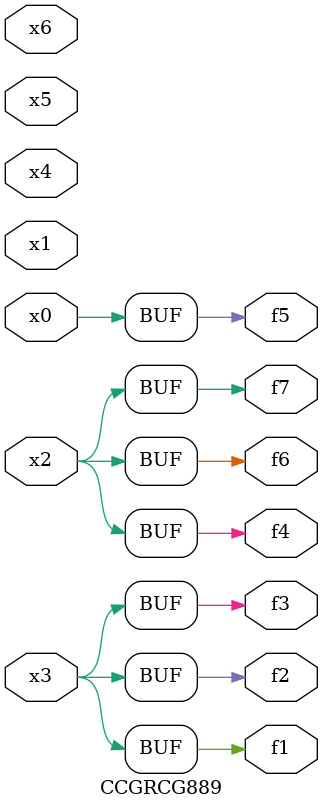
<source format=v>
module CCGRCG889(
	input x0, x1, x2, x3, x4, x5, x6,
	output f1, f2, f3, f4, f5, f6, f7
);
	assign f1 = x3;
	assign f2 = x3;
	assign f3 = x3;
	assign f4 = x2;
	assign f5 = x0;
	assign f6 = x2;
	assign f7 = x2;
endmodule

</source>
